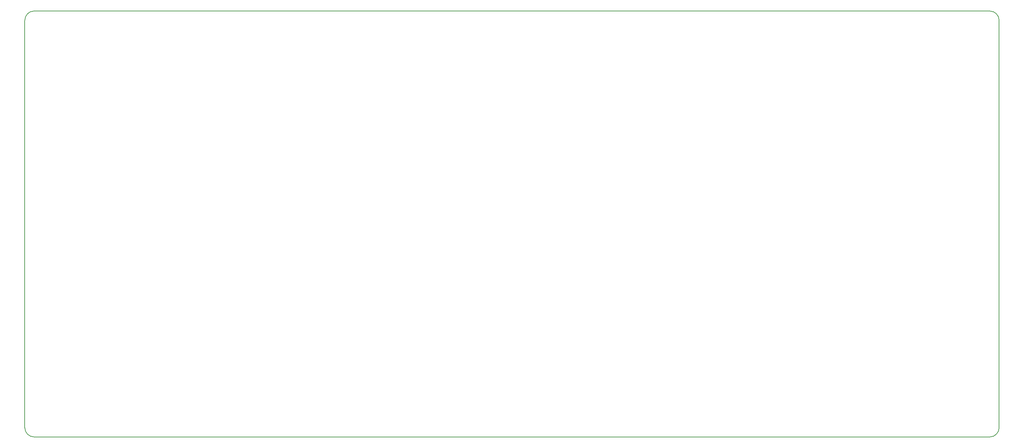
<source format=gm1>
G04 #@! TF.GenerationSoftware,KiCad,Pcbnew,(6.0.4)*
G04 #@! TF.CreationDate,2022-08-25T09:41:07-05:00*
G04 #@! TF.ProjectId,Grouch,47726f75-6368-42e6-9b69-6361645f7063,rev?*
G04 #@! TF.SameCoordinates,Original*
G04 #@! TF.FileFunction,Profile,NP*
%FSLAX46Y46*%
G04 Gerber Fmt 4.6, Leading zero omitted, Abs format (unit mm)*
G04 Created by KiCad (PCBNEW (6.0.4)) date 2022-08-25 09:41:07*
%MOMM*%
%LPD*%
G01*
G04 APERTURE LIST*
G04 #@! TA.AperFunction,Profile*
%ADD10C,0.200000*%
G04 #@! TD*
G04 APERTURE END LIST*
D10*
X264318750Y-126365000D02*
G75*
G03*
X266700000Y-123983750I-50J2381300D01*
G01*
X19050000Y-123983750D02*
G75*
G03*
X21431250Y-126365000I2381250J0D01*
G01*
X21431250Y-18098550D02*
G75*
G03*
X19050000Y-20479798I0J-2381250D01*
G01*
X19050000Y-123983750D02*
X19050000Y-20479798D01*
X21431250Y-18098548D02*
X264318750Y-18098548D01*
X264318750Y-126365000D02*
X21431250Y-126365000D01*
X266699952Y-20479798D02*
G75*
G03*
X264318750Y-18098548I-2381252J-2D01*
G01*
X266700000Y-20479798D02*
X266700000Y-123983750D01*
M02*

</source>
